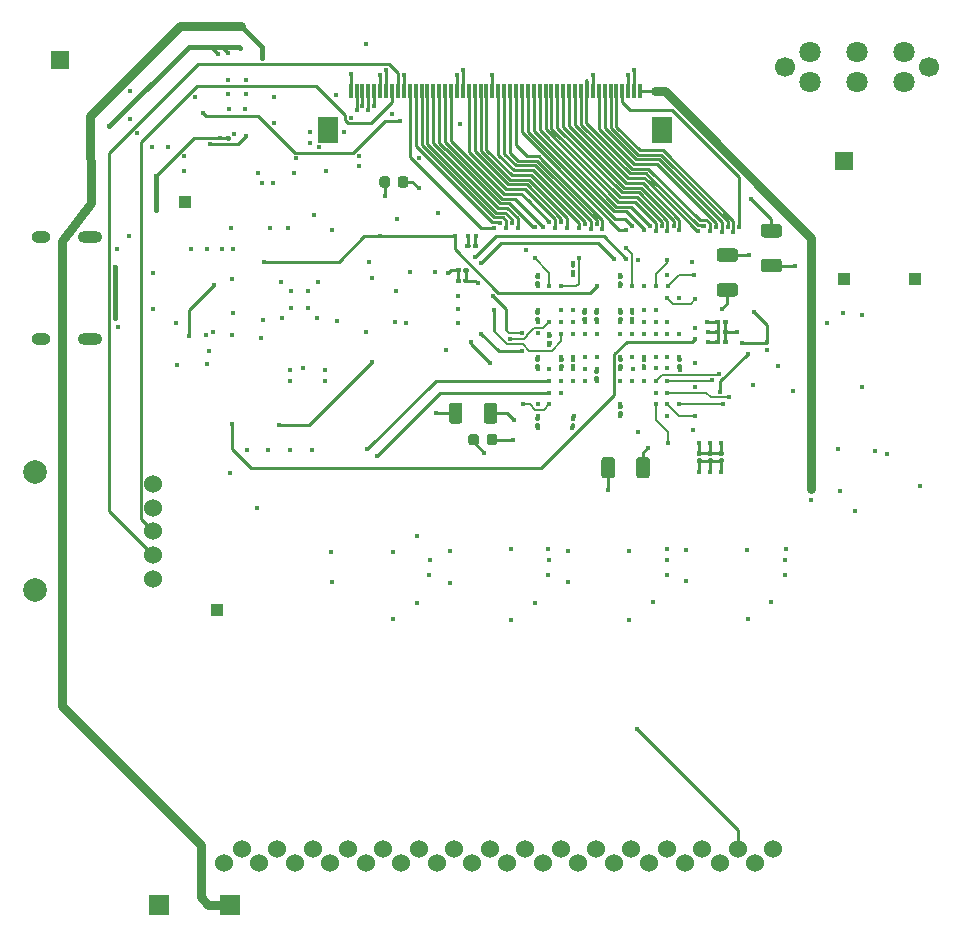
<source format=gbl>
G04 #@! TF.GenerationSoftware,KiCad,Pcbnew,(5.1.10-1-10_14)*
G04 #@! TF.CreationDate,2021-07-09T16:39:03+02:00*
G04 #@! TF.ProjectId,gb-fpga,67622d66-7067-4612-9e6b-696361645f70,rev?*
G04 #@! TF.SameCoordinates,Original*
G04 #@! TF.FileFunction,Copper,L4,Bot*
G04 #@! TF.FilePolarity,Positive*
%FSLAX46Y46*%
G04 Gerber Fmt 4.6, Leading zero omitted, Abs format (unit mm)*
G04 Created by KiCad (PCBNEW (5.1.10-1-10_14)) date 2021-07-09 16:39:03*
%MOMM*%
%LPD*%
G01*
G04 APERTURE LIST*
G04 #@! TA.AperFunction,ComponentPad*
%ADD10C,2.000000*%
G04 #@! TD*
G04 #@! TA.AperFunction,ComponentPad*
%ADD11C,1.524000*%
G04 #@! TD*
G04 #@! TA.AperFunction,ComponentPad*
%ADD12C,1.800000*%
G04 #@! TD*
G04 #@! TA.AperFunction,ComponentPad*
%ADD13C,1.700000*%
G04 #@! TD*
G04 #@! TA.AperFunction,ComponentPad*
%ADD14O,2.100000X1.000000*%
G04 #@! TD*
G04 #@! TA.AperFunction,ComponentPad*
%ADD15O,1.600000X1.000000*%
G04 #@! TD*
G04 #@! TA.AperFunction,ComponentPad*
%ADD16R,1.700000X1.700000*%
G04 #@! TD*
G04 #@! TA.AperFunction,SMDPad,CuDef*
%ADD17R,1.800000X2.200000*%
G04 #@! TD*
G04 #@! TA.AperFunction,SMDPad,CuDef*
%ADD18R,0.300000X1.300000*%
G04 #@! TD*
G04 #@! TA.AperFunction,ComponentPad*
%ADD19R,1.000000X1.000000*%
G04 #@! TD*
G04 #@! TA.AperFunction,ComponentPad*
%ADD20R,1.500000X1.500000*%
G04 #@! TD*
G04 #@! TA.AperFunction,ViaPad*
%ADD21C,0.450000*%
G04 #@! TD*
G04 #@! TA.AperFunction,Conductor*
%ADD22C,0.250000*%
G04 #@! TD*
G04 #@! TA.AperFunction,Conductor*
%ADD23C,0.150000*%
G04 #@! TD*
G04 #@! TA.AperFunction,Conductor*
%ADD24C,0.400000*%
G04 #@! TD*
G04 #@! TA.AperFunction,Conductor*
%ADD25C,0.800000*%
G04 #@! TD*
G04 APERTURE END LIST*
D10*
X1500000Y39600000D03*
X1500000Y29600000D03*
D11*
X11500000Y38600000D03*
X11500000Y36600000D03*
X11500000Y34600000D03*
X11500000Y32600000D03*
X11500000Y30600000D03*
D12*
X75100000Y72650000D03*
X75100000Y75150000D03*
X71100000Y72650000D03*
X71100000Y75150000D03*
X67100000Y72650000D03*
X67100000Y75150000D03*
D13*
X77200000Y73900000D03*
X65000000Y73900000D03*
D11*
X64025000Y7700000D03*
X61025000Y7700000D03*
X58025000Y7700000D03*
X55025000Y7700000D03*
X52025000Y7700000D03*
X49025000Y7700000D03*
X46025000Y7700000D03*
X43025000Y7700000D03*
X40025000Y7700000D03*
X37025000Y7700000D03*
X34025000Y7700000D03*
X31025000Y7700000D03*
X28025000Y7700000D03*
X25025000Y7700000D03*
X22025000Y7700000D03*
X19025000Y7700000D03*
X62525000Y6500000D03*
X59525000Y6500000D03*
X56525000Y6500000D03*
X53525000Y6500000D03*
X50525000Y6500000D03*
X47525000Y6500000D03*
X44525000Y6500000D03*
X41525000Y6500000D03*
X38525000Y6500000D03*
X35525000Y6500000D03*
X32525000Y6500000D03*
X29525000Y6500000D03*
X26525000Y6500000D03*
X23525000Y6500000D03*
X20525000Y6500000D03*
X17525000Y6500000D03*
D14*
X6205000Y59520000D03*
X6205000Y50880000D03*
D15*
X2025000Y59520000D03*
X2025000Y50880000D03*
D16*
X18000000Y3000000D03*
X12000000Y3000000D03*
D17*
X26350000Y68600000D03*
X54650000Y68600000D03*
D18*
X52750000Y71850000D03*
X52250000Y71850000D03*
X51750000Y71850000D03*
X51250000Y71850000D03*
X50750000Y71850000D03*
X50250000Y71850000D03*
X49750000Y71850000D03*
X49250000Y71850000D03*
X48750000Y71850000D03*
X48250000Y71850000D03*
X47750000Y71850000D03*
X47250000Y71850000D03*
X46750000Y71850000D03*
X46250000Y71850000D03*
X45750000Y71850000D03*
X45250000Y71850000D03*
X44750000Y71850000D03*
X44250000Y71850000D03*
X43750000Y71850000D03*
X43250000Y71850000D03*
X42750000Y71850000D03*
X42250000Y71850000D03*
X41750000Y71850000D03*
X41250000Y71850000D03*
X40750000Y71850000D03*
X40250000Y71850000D03*
X39750000Y71850000D03*
X39250000Y71850000D03*
X38750000Y71850000D03*
X38250000Y71850000D03*
X37750000Y71850000D03*
X37250000Y71850000D03*
X36750000Y71850000D03*
X36250000Y71850000D03*
X35750000Y71850000D03*
X35250000Y71850000D03*
X34750000Y71850000D03*
X34250000Y71850000D03*
X33750000Y71850000D03*
X33250000Y71850000D03*
X32750000Y71850000D03*
X32250000Y71850000D03*
X31750000Y71850000D03*
X31250000Y71850000D03*
X30750000Y71850000D03*
X30250000Y71850000D03*
X29750000Y71850000D03*
X29250000Y71850000D03*
X28750000Y71850000D03*
X28250000Y71850000D03*
G04 #@! TA.AperFunction,SMDPad,CuDef*
G36*
G01*
X46175000Y48940000D02*
X45975000Y48940000D01*
G75*
G02*
X45875000Y49040000I0J100000D01*
G01*
X45875000Y49300000D01*
G75*
G02*
X45975000Y49400000I100000J0D01*
G01*
X46175000Y49400000D01*
G75*
G02*
X46275000Y49300000I0J-100000D01*
G01*
X46275000Y49040000D01*
G75*
G02*
X46175000Y48940000I-100000J0D01*
G01*
G37*
G04 #@! TD.AperFunction*
G04 #@! TA.AperFunction,SMDPad,CuDef*
G36*
G01*
X46175000Y48300000D02*
X45975000Y48300000D01*
G75*
G02*
X45875000Y48400000I0J100000D01*
G01*
X45875000Y48660000D01*
G75*
G02*
X45975000Y48760000I100000J0D01*
G01*
X46175000Y48760000D01*
G75*
G02*
X46275000Y48660000I0J-100000D01*
G01*
X46275000Y48400000D01*
G75*
G02*
X46175000Y48300000I-100000J0D01*
G01*
G37*
G04 #@! TD.AperFunction*
G04 #@! TA.AperFunction,SMDPad,CuDef*
G36*
G01*
X49175000Y47275000D02*
X48975000Y47275000D01*
G75*
G02*
X48875000Y47375000I0J100000D01*
G01*
X48875000Y47635000D01*
G75*
G02*
X48975000Y47735000I100000J0D01*
G01*
X49175000Y47735000D01*
G75*
G02*
X49275000Y47635000I0J-100000D01*
G01*
X49275000Y47375000D01*
G75*
G02*
X49175000Y47275000I-100000J0D01*
G01*
G37*
G04 #@! TD.AperFunction*
G04 #@! TA.AperFunction,SMDPad,CuDef*
G36*
G01*
X49175000Y47915000D02*
X48975000Y47915000D01*
G75*
G02*
X48875000Y48015000I0J100000D01*
G01*
X48875000Y48275000D01*
G75*
G02*
X48975000Y48375000I100000J0D01*
G01*
X49175000Y48375000D01*
G75*
G02*
X49275000Y48275000I0J-100000D01*
G01*
X49275000Y48015000D01*
G75*
G02*
X49175000Y47915000I-100000J0D01*
G01*
G37*
G04 #@! TD.AperFunction*
G04 #@! TA.AperFunction,SMDPad,CuDef*
G36*
G01*
X55975000Y48760000D02*
X56175000Y48760000D01*
G75*
G02*
X56275000Y48660000I0J-100000D01*
G01*
X56275000Y48400000D01*
G75*
G02*
X56175000Y48300000I-100000J0D01*
G01*
X55975000Y48300000D01*
G75*
G02*
X55875000Y48400000I0J100000D01*
G01*
X55875000Y48660000D01*
G75*
G02*
X55975000Y48760000I100000J0D01*
G01*
G37*
G04 #@! TD.AperFunction*
G04 #@! TA.AperFunction,SMDPad,CuDef*
G36*
G01*
X55975000Y49400000D02*
X56175000Y49400000D01*
G75*
G02*
X56275000Y49300000I0J-100000D01*
G01*
X56275000Y49040000D01*
G75*
G02*
X56175000Y48940000I-100000J0D01*
G01*
X55975000Y48940000D01*
G75*
G02*
X55875000Y49040000I0J100000D01*
G01*
X55875000Y49300000D01*
G75*
G02*
X55975000Y49400000I100000J0D01*
G01*
G37*
G04 #@! TD.AperFunction*
G04 #@! TA.AperFunction,SMDPad,CuDef*
G36*
G01*
X49175000Y52300000D02*
X48975000Y52300000D01*
G75*
G02*
X48875000Y52400000I0J100000D01*
G01*
X48875000Y52660000D01*
G75*
G02*
X48975000Y52760000I100000J0D01*
G01*
X49175000Y52760000D01*
G75*
G02*
X49275000Y52660000I0J-100000D01*
G01*
X49275000Y52400000D01*
G75*
G02*
X49175000Y52300000I-100000J0D01*
G01*
G37*
G04 #@! TD.AperFunction*
G04 #@! TA.AperFunction,SMDPad,CuDef*
G36*
G01*
X49175000Y52940000D02*
X48975000Y52940000D01*
G75*
G02*
X48875000Y53040000I0J100000D01*
G01*
X48875000Y53300000D01*
G75*
G02*
X48975000Y53400000I100000J0D01*
G01*
X49175000Y53400000D01*
G75*
G02*
X49275000Y53300000I0J-100000D01*
G01*
X49275000Y53040000D01*
G75*
G02*
X49175000Y52940000I-100000J0D01*
G01*
G37*
G04 #@! TD.AperFunction*
G04 #@! TA.AperFunction,SMDPad,CuDef*
G36*
G01*
X50975000Y52755000D02*
X51175000Y52755000D01*
G75*
G02*
X51275000Y52655000I0J-100000D01*
G01*
X51275000Y52395000D01*
G75*
G02*
X51175000Y52295000I-100000J0D01*
G01*
X50975000Y52295000D01*
G75*
G02*
X50875000Y52395000I0J100000D01*
G01*
X50875000Y52655000D01*
G75*
G02*
X50975000Y52755000I100000J0D01*
G01*
G37*
G04 #@! TD.AperFunction*
G04 #@! TA.AperFunction,SMDPad,CuDef*
G36*
G01*
X50975000Y53395000D02*
X51175000Y53395000D01*
G75*
G02*
X51275000Y53295000I0J-100000D01*
G01*
X51275000Y53035000D01*
G75*
G02*
X51175000Y52935000I-100000J0D01*
G01*
X50975000Y52935000D01*
G75*
G02*
X50875000Y53035000I0J100000D01*
G01*
X50875000Y53295000D01*
G75*
G02*
X50975000Y53395000I100000J0D01*
G01*
G37*
G04 #@! TD.AperFunction*
G04 #@! TA.AperFunction,SMDPad,CuDef*
G36*
G01*
X47975000Y52760000D02*
X48175000Y52760000D01*
G75*
G02*
X48275000Y52660000I0J-100000D01*
G01*
X48275000Y52400000D01*
G75*
G02*
X48175000Y52300000I-100000J0D01*
G01*
X47975000Y52300000D01*
G75*
G02*
X47875000Y52400000I0J100000D01*
G01*
X47875000Y52660000D01*
G75*
G02*
X47975000Y52760000I100000J0D01*
G01*
G37*
G04 #@! TD.AperFunction*
G04 #@! TA.AperFunction,SMDPad,CuDef*
G36*
G01*
X47975000Y53400000D02*
X48175000Y53400000D01*
G75*
G02*
X48275000Y53300000I0J-100000D01*
G01*
X48275000Y53040000D01*
G75*
G02*
X48175000Y52940000I-100000J0D01*
G01*
X47975000Y52940000D01*
G75*
G02*
X47875000Y53040000I0J100000D01*
G01*
X47875000Y53300000D01*
G75*
G02*
X47975000Y53400000I100000J0D01*
G01*
G37*
G04 #@! TD.AperFunction*
G04 #@! TA.AperFunction,SMDPad,CuDef*
G36*
G01*
X51175000Y48300000D02*
X50975000Y48300000D01*
G75*
G02*
X50875000Y48400000I0J100000D01*
G01*
X50875000Y48660000D01*
G75*
G02*
X50975000Y48760000I100000J0D01*
G01*
X51175000Y48760000D01*
G75*
G02*
X51275000Y48660000I0J-100000D01*
G01*
X51275000Y48400000D01*
G75*
G02*
X51175000Y48300000I-100000J0D01*
G01*
G37*
G04 #@! TD.AperFunction*
G04 #@! TA.AperFunction,SMDPad,CuDef*
G36*
G01*
X51175000Y48940000D02*
X50975000Y48940000D01*
G75*
G02*
X50875000Y49040000I0J100000D01*
G01*
X50875000Y49300000D01*
G75*
G02*
X50975000Y49400000I100000J0D01*
G01*
X51175000Y49400000D01*
G75*
G02*
X51275000Y49300000I0J-100000D01*
G01*
X51275000Y49040000D01*
G75*
G02*
X51175000Y48940000I-100000J0D01*
G01*
G37*
G04 #@! TD.AperFunction*
G04 #@! TA.AperFunction,SMDPad,CuDef*
G36*
G01*
X52175000Y52940000D02*
X51975000Y52940000D01*
G75*
G02*
X51875000Y53040000I0J100000D01*
G01*
X51875000Y53300000D01*
G75*
G02*
X51975000Y53400000I100000J0D01*
G01*
X52175000Y53400000D01*
G75*
G02*
X52275000Y53300000I0J-100000D01*
G01*
X52275000Y53040000D01*
G75*
G02*
X52175000Y52940000I-100000J0D01*
G01*
G37*
G04 #@! TD.AperFunction*
G04 #@! TA.AperFunction,SMDPad,CuDef*
G36*
G01*
X52175000Y52300000D02*
X51975000Y52300000D01*
G75*
G02*
X51875000Y52400000I0J100000D01*
G01*
X51875000Y52660000D01*
G75*
G02*
X51975000Y52760000I100000J0D01*
G01*
X52175000Y52760000D01*
G75*
G02*
X52275000Y52660000I0J-100000D01*
G01*
X52275000Y52400000D01*
G75*
G02*
X52175000Y52300000I-100000J0D01*
G01*
G37*
G04 #@! TD.AperFunction*
G04 #@! TA.AperFunction,SMDPad,CuDef*
G36*
G01*
X46975000Y48760000D02*
X47175000Y48760000D01*
G75*
G02*
X47275000Y48660000I0J-100000D01*
G01*
X47275000Y48400000D01*
G75*
G02*
X47175000Y48300000I-100000J0D01*
G01*
X46975000Y48300000D01*
G75*
G02*
X46875000Y48400000I0J100000D01*
G01*
X46875000Y48660000D01*
G75*
G02*
X46975000Y48760000I100000J0D01*
G01*
G37*
G04 #@! TD.AperFunction*
G04 #@! TA.AperFunction,SMDPad,CuDef*
G36*
G01*
X46975000Y49400000D02*
X47175000Y49400000D01*
G75*
G02*
X47275000Y49300000I0J-100000D01*
G01*
X47275000Y49040000D01*
G75*
G02*
X47175000Y48940000I-100000J0D01*
G01*
X46975000Y48940000D01*
G75*
G02*
X46875000Y49040000I0J100000D01*
G01*
X46875000Y49300000D01*
G75*
G02*
X46975000Y49400000I100000J0D01*
G01*
G37*
G04 #@! TD.AperFunction*
G04 #@! TA.AperFunction,SMDPad,CuDef*
G36*
G01*
X53175000Y48305000D02*
X52975000Y48305000D01*
G75*
G02*
X52875000Y48405000I0J100000D01*
G01*
X52875000Y48665000D01*
G75*
G02*
X52975000Y48765000I100000J0D01*
G01*
X53175000Y48765000D01*
G75*
G02*
X53275000Y48665000I0J-100000D01*
G01*
X53275000Y48405000D01*
G75*
G02*
X53175000Y48305000I-100000J0D01*
G01*
G37*
G04 #@! TD.AperFunction*
G04 #@! TA.AperFunction,SMDPad,CuDef*
G36*
G01*
X53175000Y48945000D02*
X52975000Y48945000D01*
G75*
G02*
X52875000Y49045000I0J100000D01*
G01*
X52875000Y49305000D01*
G75*
G02*
X52975000Y49405000I100000J0D01*
G01*
X53175000Y49405000D01*
G75*
G02*
X53275000Y49305000I0J-100000D01*
G01*
X53275000Y49045000D01*
G75*
G02*
X53175000Y48945000I-100000J0D01*
G01*
G37*
G04 #@! TD.AperFunction*
G04 #@! TA.AperFunction,SMDPad,CuDef*
G36*
G01*
X59740000Y52220000D02*
X59740000Y52420000D01*
G75*
G02*
X59840000Y52520000I100000J0D01*
G01*
X60100000Y52520000D01*
G75*
G02*
X60200000Y52420000I0J-100000D01*
G01*
X60200000Y52220000D01*
G75*
G02*
X60100000Y52120000I-100000J0D01*
G01*
X59840000Y52120000D01*
G75*
G02*
X59740000Y52220000I0J100000D01*
G01*
G37*
G04 #@! TD.AperFunction*
G04 #@! TA.AperFunction,SMDPad,CuDef*
G36*
G01*
X59100000Y52220000D02*
X59100000Y52420000D01*
G75*
G02*
X59200000Y52520000I100000J0D01*
G01*
X59460000Y52520000D01*
G75*
G02*
X59560000Y52420000I0J-100000D01*
G01*
X59560000Y52220000D01*
G75*
G02*
X59460000Y52120000I-100000J0D01*
G01*
X59200000Y52120000D01*
G75*
G02*
X59100000Y52220000I0J100000D01*
G01*
G37*
G04 #@! TD.AperFunction*
G04 #@! TA.AperFunction,SMDPad,CuDef*
G36*
G01*
X57660000Y40800000D02*
X57860000Y40800000D01*
G75*
G02*
X57960000Y40700000I0J-100000D01*
G01*
X57960000Y40440000D01*
G75*
G02*
X57860000Y40340000I-100000J0D01*
G01*
X57660000Y40340000D01*
G75*
G02*
X57560000Y40440000I0J100000D01*
G01*
X57560000Y40700000D01*
G75*
G02*
X57660000Y40800000I100000J0D01*
G01*
G37*
G04 #@! TD.AperFunction*
G04 #@! TA.AperFunction,SMDPad,CuDef*
G36*
G01*
X57660000Y41440000D02*
X57860000Y41440000D01*
G75*
G02*
X57960000Y41340000I0J-100000D01*
G01*
X57960000Y41080000D01*
G75*
G02*
X57860000Y40980000I-100000J0D01*
G01*
X57660000Y40980000D01*
G75*
G02*
X57560000Y41080000I0J100000D01*
G01*
X57560000Y41340000D01*
G75*
G02*
X57660000Y41440000I100000J0D01*
G01*
G37*
G04 #@! TD.AperFunction*
G04 #@! TA.AperFunction,SMDPad,CuDef*
G36*
G01*
X43975000Y44400000D02*
X44175000Y44400000D01*
G75*
G02*
X44275000Y44300000I0J-100000D01*
G01*
X44275000Y44040000D01*
G75*
G02*
X44175000Y43940000I-100000J0D01*
G01*
X43975000Y43940000D01*
G75*
G02*
X43875000Y44040000I0J100000D01*
G01*
X43875000Y44300000D01*
G75*
G02*
X43975000Y44400000I100000J0D01*
G01*
G37*
G04 #@! TD.AperFunction*
G04 #@! TA.AperFunction,SMDPad,CuDef*
G36*
G01*
X43975000Y43760000D02*
X44175000Y43760000D01*
G75*
G02*
X44275000Y43660000I0J-100000D01*
G01*
X44275000Y43400000D01*
G75*
G02*
X44175000Y43300000I-100000J0D01*
G01*
X43975000Y43300000D01*
G75*
G02*
X43875000Y43400000I0J100000D01*
G01*
X43875000Y43660000D01*
G75*
G02*
X43975000Y43760000I100000J0D01*
G01*
G37*
G04 #@! TD.AperFunction*
G04 #@! TA.AperFunction,SMDPad,CuDef*
G36*
G01*
X44975000Y51400000D02*
X45175000Y51400000D01*
G75*
G02*
X45275000Y51300000I0J-100000D01*
G01*
X45275000Y51040000D01*
G75*
G02*
X45175000Y50940000I-100000J0D01*
G01*
X44975000Y50940000D01*
G75*
G02*
X44875000Y51040000I0J100000D01*
G01*
X44875000Y51300000D01*
G75*
G02*
X44975000Y51400000I100000J0D01*
G01*
G37*
G04 #@! TD.AperFunction*
G04 #@! TA.AperFunction,SMDPad,CuDef*
G36*
G01*
X44975000Y50760000D02*
X45175000Y50760000D01*
G75*
G02*
X45275000Y50660000I0J-100000D01*
G01*
X45275000Y50400000D01*
G75*
G02*
X45175000Y50300000I-100000J0D01*
G01*
X44975000Y50300000D01*
G75*
G02*
X44875000Y50400000I0J100000D01*
G01*
X44875000Y50660000D01*
G75*
G02*
X44975000Y50760000I100000J0D01*
G01*
G37*
G04 #@! TD.AperFunction*
G04 #@! TA.AperFunction,SMDPad,CuDef*
G36*
G01*
X43975000Y48760000D02*
X44175000Y48760000D01*
G75*
G02*
X44275000Y48660000I0J-100000D01*
G01*
X44275000Y48400000D01*
G75*
G02*
X44175000Y48300000I-100000J0D01*
G01*
X43975000Y48300000D01*
G75*
G02*
X43875000Y48400000I0J100000D01*
G01*
X43875000Y48660000D01*
G75*
G02*
X43975000Y48760000I100000J0D01*
G01*
G37*
G04 #@! TD.AperFunction*
G04 #@! TA.AperFunction,SMDPad,CuDef*
G36*
G01*
X43975000Y49400000D02*
X44175000Y49400000D01*
G75*
G02*
X44275000Y49300000I0J-100000D01*
G01*
X44275000Y49040000D01*
G75*
G02*
X44175000Y48940000I-100000J0D01*
G01*
X43975000Y48940000D01*
G75*
G02*
X43875000Y49040000I0J100000D01*
G01*
X43875000Y49300000D01*
G75*
G02*
X43975000Y49400000I100000J0D01*
G01*
G37*
G04 #@! TD.AperFunction*
G04 #@! TA.AperFunction,SMDPad,CuDef*
G36*
G01*
X51175000Y44300000D02*
X50975000Y44300000D01*
G75*
G02*
X50875000Y44400000I0J100000D01*
G01*
X50875000Y44660000D01*
G75*
G02*
X50975000Y44760000I100000J0D01*
G01*
X51175000Y44760000D01*
G75*
G02*
X51275000Y44660000I0J-100000D01*
G01*
X51275000Y44400000D01*
G75*
G02*
X51175000Y44300000I-100000J0D01*
G01*
G37*
G04 #@! TD.AperFunction*
G04 #@! TA.AperFunction,SMDPad,CuDef*
G36*
G01*
X51175000Y44940000D02*
X50975000Y44940000D01*
G75*
G02*
X50875000Y45040000I0J100000D01*
G01*
X50875000Y45300000D01*
G75*
G02*
X50975000Y45400000I100000J0D01*
G01*
X51175000Y45400000D01*
G75*
G02*
X51275000Y45300000I0J-100000D01*
G01*
X51275000Y45040000D01*
G75*
G02*
X51175000Y44940000I-100000J0D01*
G01*
G37*
G04 #@! TD.AperFunction*
G04 #@! TA.AperFunction,SMDPad,CuDef*
G36*
G01*
X58590000Y41440000D02*
X58790000Y41440000D01*
G75*
G02*
X58890000Y41340000I0J-100000D01*
G01*
X58890000Y41080000D01*
G75*
G02*
X58790000Y40980000I-100000J0D01*
G01*
X58590000Y40980000D01*
G75*
G02*
X58490000Y41080000I0J100000D01*
G01*
X58490000Y41340000D01*
G75*
G02*
X58590000Y41440000I100000J0D01*
G01*
G37*
G04 #@! TD.AperFunction*
G04 #@! TA.AperFunction,SMDPad,CuDef*
G36*
G01*
X58590000Y40800000D02*
X58790000Y40800000D01*
G75*
G02*
X58890000Y40700000I0J-100000D01*
G01*
X58890000Y40440000D01*
G75*
G02*
X58790000Y40340000I-100000J0D01*
G01*
X58590000Y40340000D01*
G75*
G02*
X58490000Y40440000I0J100000D01*
G01*
X58490000Y40700000D01*
G75*
G02*
X58590000Y40800000I100000J0D01*
G01*
G37*
G04 #@! TD.AperFunction*
G04 #@! TA.AperFunction,SMDPad,CuDef*
G36*
G01*
X59100000Y51380000D02*
X59100000Y51580000D01*
G75*
G02*
X59200000Y51680000I100000J0D01*
G01*
X59460000Y51680000D01*
G75*
G02*
X59560000Y51580000I0J-100000D01*
G01*
X59560000Y51380000D01*
G75*
G02*
X59460000Y51280000I-100000J0D01*
G01*
X59200000Y51280000D01*
G75*
G02*
X59100000Y51380000I0J100000D01*
G01*
G37*
G04 #@! TD.AperFunction*
G04 #@! TA.AperFunction,SMDPad,CuDef*
G36*
G01*
X59740000Y51380000D02*
X59740000Y51580000D01*
G75*
G02*
X59840000Y51680000I100000J0D01*
G01*
X60100000Y51680000D01*
G75*
G02*
X60200000Y51580000I0J-100000D01*
G01*
X60200000Y51380000D01*
G75*
G02*
X60100000Y51280000I-100000J0D01*
G01*
X59840000Y51280000D01*
G75*
G02*
X59740000Y51380000I0J100000D01*
G01*
G37*
G04 #@! TD.AperFunction*
G04 #@! TA.AperFunction,SMDPad,CuDef*
G36*
G01*
X44175000Y52940000D02*
X43975000Y52940000D01*
G75*
G02*
X43875000Y53040000I0J100000D01*
G01*
X43875000Y53300000D01*
G75*
G02*
X43975000Y53400000I100000J0D01*
G01*
X44175000Y53400000D01*
G75*
G02*
X44275000Y53300000I0J-100000D01*
G01*
X44275000Y53040000D01*
G75*
G02*
X44175000Y52940000I-100000J0D01*
G01*
G37*
G04 #@! TD.AperFunction*
G04 #@! TA.AperFunction,SMDPad,CuDef*
G36*
G01*
X44175000Y52300000D02*
X43975000Y52300000D01*
G75*
G02*
X43875000Y52400000I0J100000D01*
G01*
X43875000Y52660000D01*
G75*
G02*
X43975000Y52760000I100000J0D01*
G01*
X44175000Y52760000D01*
G75*
G02*
X44275000Y52660000I0J-100000D01*
G01*
X44275000Y52400000D01*
G75*
G02*
X44175000Y52300000I-100000J0D01*
G01*
G37*
G04 #@! TD.AperFunction*
G04 #@! TA.AperFunction,SMDPad,CuDef*
G36*
G01*
X43975000Y55760000D02*
X44175000Y55760000D01*
G75*
G02*
X44275000Y55660000I0J-100000D01*
G01*
X44275000Y55400000D01*
G75*
G02*
X44175000Y55300000I-100000J0D01*
G01*
X43975000Y55300000D01*
G75*
G02*
X43875000Y55400000I0J100000D01*
G01*
X43875000Y55660000D01*
G75*
G02*
X43975000Y55760000I100000J0D01*
G01*
G37*
G04 #@! TD.AperFunction*
G04 #@! TA.AperFunction,SMDPad,CuDef*
G36*
G01*
X43975000Y56400000D02*
X44175000Y56400000D01*
G75*
G02*
X44275000Y56300000I0J-100000D01*
G01*
X44275000Y56040000D01*
G75*
G02*
X44175000Y55940000I-100000J0D01*
G01*
X43975000Y55940000D01*
G75*
G02*
X43875000Y56040000I0J100000D01*
G01*
X43875000Y56300000D01*
G75*
G02*
X43975000Y56400000I100000J0D01*
G01*
G37*
G04 #@! TD.AperFunction*
G04 #@! TA.AperFunction,SMDPad,CuDef*
G36*
G01*
X47175000Y56300000D02*
X46975000Y56300000D01*
G75*
G02*
X46875000Y56400000I0J100000D01*
G01*
X46875000Y56660000D01*
G75*
G02*
X46975000Y56760000I100000J0D01*
G01*
X47175000Y56760000D01*
G75*
G02*
X47275000Y56660000I0J-100000D01*
G01*
X47275000Y56400000D01*
G75*
G02*
X47175000Y56300000I-100000J0D01*
G01*
G37*
G04 #@! TD.AperFunction*
G04 #@! TA.AperFunction,SMDPad,CuDef*
G36*
G01*
X47175000Y56940000D02*
X46975000Y56940000D01*
G75*
G02*
X46875000Y57040000I0J100000D01*
G01*
X46875000Y57300000D01*
G75*
G02*
X46975000Y57400000I100000J0D01*
G01*
X47175000Y57400000D01*
G75*
G02*
X47275000Y57300000I0J-100000D01*
G01*
X47275000Y57040000D01*
G75*
G02*
X47175000Y56940000I-100000J0D01*
G01*
G37*
G04 #@! TD.AperFunction*
G04 #@! TA.AperFunction,SMDPad,CuDef*
G36*
G01*
X59520000Y40800000D02*
X59720000Y40800000D01*
G75*
G02*
X59820000Y40700000I0J-100000D01*
G01*
X59820000Y40440000D01*
G75*
G02*
X59720000Y40340000I-100000J0D01*
G01*
X59520000Y40340000D01*
G75*
G02*
X59420000Y40440000I0J100000D01*
G01*
X59420000Y40700000D01*
G75*
G02*
X59520000Y40800000I100000J0D01*
G01*
G37*
G04 #@! TD.AperFunction*
G04 #@! TA.AperFunction,SMDPad,CuDef*
G36*
G01*
X59520000Y41440000D02*
X59720000Y41440000D01*
G75*
G02*
X59820000Y41340000I0J-100000D01*
G01*
X59820000Y41080000D01*
G75*
G02*
X59720000Y40980000I-100000J0D01*
G01*
X59520000Y40980000D01*
G75*
G02*
X59420000Y41080000I0J100000D01*
G01*
X59420000Y41340000D01*
G75*
G02*
X59520000Y41440000I100000J0D01*
G01*
G37*
G04 #@! TD.AperFunction*
G04 #@! TA.AperFunction,SMDPad,CuDef*
G36*
G01*
X38250000Y56810000D02*
X38250000Y56610000D01*
G75*
G02*
X38150000Y56510000I-100000J0D01*
G01*
X37890000Y56510000D01*
G75*
G02*
X37790000Y56610000I0J100000D01*
G01*
X37790000Y56810000D01*
G75*
G02*
X37890000Y56910000I100000J0D01*
G01*
X38150000Y56910000D01*
G75*
G02*
X38250000Y56810000I0J-100000D01*
G01*
G37*
G04 #@! TD.AperFunction*
G04 #@! TA.AperFunction,SMDPad,CuDef*
G36*
G01*
X37610000Y56810000D02*
X37610000Y56610000D01*
G75*
G02*
X37510000Y56510000I-100000J0D01*
G01*
X37250000Y56510000D01*
G75*
G02*
X37150000Y56610000I0J100000D01*
G01*
X37150000Y56810000D01*
G75*
G02*
X37250000Y56910000I100000J0D01*
G01*
X37510000Y56910000D01*
G75*
G02*
X37610000Y56810000I0J-100000D01*
G01*
G37*
G04 #@! TD.AperFunction*
G04 #@! TA.AperFunction,SMDPad,CuDef*
G36*
G01*
X38400000Y58870000D02*
X38400000Y58670000D01*
G75*
G02*
X38300000Y58570000I-100000J0D01*
G01*
X38040000Y58570000D01*
G75*
G02*
X37940000Y58670000I0J100000D01*
G01*
X37940000Y58870000D01*
G75*
G02*
X38040000Y58970000I100000J0D01*
G01*
X38300000Y58970000D01*
G75*
G02*
X38400000Y58870000I0J-100000D01*
G01*
G37*
G04 #@! TD.AperFunction*
G04 #@! TA.AperFunction,SMDPad,CuDef*
G36*
G01*
X39040000Y58870000D02*
X39040000Y58670000D01*
G75*
G02*
X38940000Y58570000I-100000J0D01*
G01*
X38680000Y58570000D01*
G75*
G02*
X38580000Y58670000I0J100000D01*
G01*
X38580000Y58870000D01*
G75*
G02*
X38680000Y58970000I100000J0D01*
G01*
X38940000Y58970000D01*
G75*
G02*
X39040000Y58870000I0J-100000D01*
G01*
G37*
G04 #@! TD.AperFunction*
G04 #@! TA.AperFunction,SMDPad,CuDef*
G36*
G01*
X59740000Y50540000D02*
X59740000Y50740000D01*
G75*
G02*
X59840000Y50840000I100000J0D01*
G01*
X60100000Y50840000D01*
G75*
G02*
X60200000Y50740000I0J-100000D01*
G01*
X60200000Y50540000D01*
G75*
G02*
X60100000Y50440000I-100000J0D01*
G01*
X59840000Y50440000D01*
G75*
G02*
X59740000Y50540000I0J100000D01*
G01*
G37*
G04 #@! TD.AperFunction*
G04 #@! TA.AperFunction,SMDPad,CuDef*
G36*
G01*
X59100000Y50540000D02*
X59100000Y50740000D01*
G75*
G02*
X59200000Y50840000I100000J0D01*
G01*
X59460000Y50840000D01*
G75*
G02*
X59560000Y50740000I0J-100000D01*
G01*
X59560000Y50540000D01*
G75*
G02*
X59460000Y50440000I-100000J0D01*
G01*
X59200000Y50440000D01*
G75*
G02*
X59100000Y50540000I0J100000D01*
G01*
G37*
G04 #@! TD.AperFunction*
G04 #@! TA.AperFunction,SMDPad,CuDef*
G36*
G01*
X50975000Y55760000D02*
X51175000Y55760000D01*
G75*
G02*
X51275000Y55660000I0J-100000D01*
G01*
X51275000Y55400000D01*
G75*
G02*
X51175000Y55300000I-100000J0D01*
G01*
X50975000Y55300000D01*
G75*
G02*
X50875000Y55400000I0J100000D01*
G01*
X50875000Y55660000D01*
G75*
G02*
X50975000Y55760000I100000J0D01*
G01*
G37*
G04 #@! TD.AperFunction*
G04 #@! TA.AperFunction,SMDPad,CuDef*
G36*
G01*
X50975000Y56400000D02*
X51175000Y56400000D01*
G75*
G02*
X51275000Y56300000I0J-100000D01*
G01*
X51275000Y56040000D01*
G75*
G02*
X51175000Y55940000I-100000J0D01*
G01*
X50975000Y55940000D01*
G75*
G02*
X50875000Y56040000I0J100000D01*
G01*
X50875000Y56300000D01*
G75*
G02*
X50975000Y56400000I100000J0D01*
G01*
G37*
G04 #@! TD.AperFunction*
G04 #@! TA.AperFunction,SMDPad,CuDef*
G36*
G01*
X38230000Y55910000D02*
X38230000Y55710000D01*
G75*
G02*
X38130000Y55610000I-100000J0D01*
G01*
X37870000Y55610000D01*
G75*
G02*
X37770000Y55710000I0J100000D01*
G01*
X37770000Y55910000D01*
G75*
G02*
X37870000Y56010000I100000J0D01*
G01*
X38130000Y56010000D01*
G75*
G02*
X38230000Y55910000I0J-100000D01*
G01*
G37*
G04 #@! TD.AperFunction*
G04 #@! TA.AperFunction,SMDPad,CuDef*
G36*
G01*
X37590000Y55910000D02*
X37590000Y55710000D01*
G75*
G02*
X37490000Y55610000I-100000J0D01*
G01*
X37230000Y55610000D01*
G75*
G02*
X37130000Y55710000I0J100000D01*
G01*
X37130000Y55910000D01*
G75*
G02*
X37230000Y56010000I100000J0D01*
G01*
X37490000Y56010000D01*
G75*
G02*
X37590000Y55910000I0J-100000D01*
G01*
G37*
G04 #@! TD.AperFunction*
G04 #@! TA.AperFunction,SMDPad,CuDef*
G36*
G01*
X46975000Y44400000D02*
X47175000Y44400000D01*
G75*
G02*
X47275000Y44300000I0J-100000D01*
G01*
X47275000Y44040000D01*
G75*
G02*
X47175000Y43940000I-100000J0D01*
G01*
X46975000Y43940000D01*
G75*
G02*
X46875000Y44040000I0J100000D01*
G01*
X46875000Y44300000D01*
G75*
G02*
X46975000Y44400000I100000J0D01*
G01*
G37*
G04 #@! TD.AperFunction*
G04 #@! TA.AperFunction,SMDPad,CuDef*
G36*
G01*
X46975000Y43760000D02*
X47175000Y43760000D01*
G75*
G02*
X47275000Y43660000I0J-100000D01*
G01*
X47275000Y43400000D01*
G75*
G02*
X47175000Y43300000I-100000J0D01*
G01*
X46975000Y43300000D01*
G75*
G02*
X46875000Y43400000I0J100000D01*
G01*
X46875000Y43660000D01*
G75*
G02*
X46975000Y43760000I100000J0D01*
G01*
G37*
G04 #@! TD.AperFunction*
D19*
X14230000Y62490000D03*
X70000000Y56000000D03*
X16950000Y27930000D03*
X76000000Y56000000D03*
D20*
X70000000Y66000000D03*
X3610000Y74490000D03*
G04 #@! TA.AperFunction,SMDPad,CuDef*
G36*
G01*
X40665000Y42620000D02*
X40665000Y42120000D01*
G75*
G02*
X40440000Y41895000I-225000J0D01*
G01*
X39990000Y41895000D01*
G75*
G02*
X39765000Y42120000I0J225000D01*
G01*
X39765000Y42620000D01*
G75*
G02*
X39990000Y42845000I225000J0D01*
G01*
X40440000Y42845000D01*
G75*
G02*
X40665000Y42620000I0J-225000D01*
G01*
G37*
G04 #@! TD.AperFunction*
G04 #@! TA.AperFunction,SMDPad,CuDef*
G36*
G01*
X39115000Y42620000D02*
X39115000Y42120000D01*
G75*
G02*
X38890000Y41895000I-225000J0D01*
G01*
X38440000Y41895000D01*
G75*
G02*
X38215000Y42120000I0J225000D01*
G01*
X38215000Y42620000D01*
G75*
G02*
X38440000Y42845000I225000J0D01*
G01*
X38890000Y42845000D01*
G75*
G02*
X39115000Y42620000I0J-225000D01*
G01*
G37*
G04 #@! TD.AperFunction*
G04 #@! TA.AperFunction,SMDPad,CuDef*
G36*
G01*
X31585000Y64430000D02*
X31585000Y63930000D01*
G75*
G02*
X31360000Y63705000I-225000J0D01*
G01*
X30910000Y63705000D01*
G75*
G02*
X30685000Y63930000I0J225000D01*
G01*
X30685000Y64430000D01*
G75*
G02*
X30910000Y64655000I225000J0D01*
G01*
X31360000Y64655000D01*
G75*
G02*
X31585000Y64430000I0J-225000D01*
G01*
G37*
G04 #@! TD.AperFunction*
G04 #@! TA.AperFunction,SMDPad,CuDef*
G36*
G01*
X33135000Y64430000D02*
X33135000Y63930000D01*
G75*
G02*
X32910000Y63705000I-225000J0D01*
G01*
X32460000Y63705000D01*
G75*
G02*
X32235000Y63930000I0J225000D01*
G01*
X32235000Y64430000D01*
G75*
G02*
X32460000Y64655000I225000J0D01*
G01*
X32910000Y64655000D01*
G75*
G02*
X33135000Y64430000I0J-225000D01*
G01*
G37*
G04 #@! TD.AperFunction*
G04 #@! TA.AperFunction,SMDPad,CuDef*
G36*
G01*
X63219999Y57680000D02*
X64520001Y57680000D01*
G75*
G02*
X64770000Y57430001I0J-249999D01*
G01*
X64770000Y56779999D01*
G75*
G02*
X64520001Y56530000I-249999J0D01*
G01*
X63219999Y56530000D01*
G75*
G02*
X62970000Y56779999I0J249999D01*
G01*
X62970000Y57430001D01*
G75*
G02*
X63219999Y57680000I249999J0D01*
G01*
G37*
G04 #@! TD.AperFunction*
G04 #@! TA.AperFunction,SMDPad,CuDef*
G36*
G01*
X63219999Y60630000D02*
X64520001Y60630000D01*
G75*
G02*
X64770000Y60380001I0J-249999D01*
G01*
X64770000Y59729999D01*
G75*
G02*
X64520001Y59480000I-249999J0D01*
G01*
X63219999Y59480000D01*
G75*
G02*
X62970000Y59729999I0J249999D01*
G01*
X62970000Y60380001D01*
G75*
G02*
X63219999Y60630000I249999J0D01*
G01*
G37*
G04 #@! TD.AperFunction*
G04 #@! TA.AperFunction,SMDPad,CuDef*
G36*
G01*
X40665000Y45260001D02*
X40665000Y43959999D01*
G75*
G02*
X40415001Y43710000I-249999J0D01*
G01*
X39764999Y43710000D01*
G75*
G02*
X39515000Y43959999I0J249999D01*
G01*
X39515000Y45260001D01*
G75*
G02*
X39764999Y45510000I249999J0D01*
G01*
X40415001Y45510000D01*
G75*
G02*
X40665000Y45260001I0J-249999D01*
G01*
G37*
G04 #@! TD.AperFunction*
G04 #@! TA.AperFunction,SMDPad,CuDef*
G36*
G01*
X37715000Y45260001D02*
X37715000Y43959999D01*
G75*
G02*
X37465001Y43710000I-249999J0D01*
G01*
X36814999Y43710000D01*
G75*
G02*
X36565000Y43959999I0J249999D01*
G01*
X36565000Y45260001D01*
G75*
G02*
X36814999Y45510000I249999J0D01*
G01*
X37465001Y45510000D01*
G75*
G02*
X37715000Y45260001I0J-249999D01*
G01*
G37*
G04 #@! TD.AperFunction*
G04 #@! TA.AperFunction,SMDPad,CuDef*
G36*
G01*
X50630000Y40640001D02*
X50630000Y39339999D01*
G75*
G02*
X50380001Y39090000I-249999J0D01*
G01*
X49729999Y39090000D01*
G75*
G02*
X49480000Y39339999I0J249999D01*
G01*
X49480000Y40640001D01*
G75*
G02*
X49729999Y40890000I249999J0D01*
G01*
X50380001Y40890000D01*
G75*
G02*
X50630000Y40640001I0J-249999D01*
G01*
G37*
G04 #@! TD.AperFunction*
G04 #@! TA.AperFunction,SMDPad,CuDef*
G36*
G01*
X53580000Y40640001D02*
X53580000Y39339999D01*
G75*
G02*
X53330001Y39090000I-249999J0D01*
G01*
X52679999Y39090000D01*
G75*
G02*
X52430000Y39339999I0J249999D01*
G01*
X52430000Y40640001D01*
G75*
G02*
X52679999Y40890000I249999J0D01*
G01*
X53330001Y40890000D01*
G75*
G02*
X53580000Y40640001I0J-249999D01*
G01*
G37*
G04 #@! TD.AperFunction*
G04 #@! TA.AperFunction,SMDPad,CuDef*
G36*
G01*
X60780001Y54470000D02*
X59479999Y54470000D01*
G75*
G02*
X59230000Y54719999I0J249999D01*
G01*
X59230000Y55370001D01*
G75*
G02*
X59479999Y55620000I249999J0D01*
G01*
X60780001Y55620000D01*
G75*
G02*
X61030000Y55370001I0J-249999D01*
G01*
X61030000Y54719999D01*
G75*
G02*
X60780001Y54470000I-249999J0D01*
G01*
G37*
G04 #@! TD.AperFunction*
G04 #@! TA.AperFunction,SMDPad,CuDef*
G36*
G01*
X60780001Y57420000D02*
X59479999Y57420000D01*
G75*
G02*
X59230000Y57669999I0J249999D01*
G01*
X59230000Y58320001D01*
G75*
G02*
X59479999Y58570000I249999J0D01*
G01*
X60780001Y58570000D01*
G75*
G02*
X61030000Y58320001I0J-249999D01*
G01*
X61030000Y57669999D01*
G75*
G02*
X60780001Y57420000I-249999J0D01*
G01*
G37*
G04 #@! TD.AperFunction*
D21*
X59540000Y46399999D03*
X61870000Y49660000D03*
X56075000Y45350000D03*
X59800000Y45350000D03*
X49075000Y49350000D03*
X49075000Y48325000D03*
X48075000Y49350000D03*
X47075000Y48350000D03*
X48075000Y47350000D03*
X46075000Y49350000D03*
X47075000Y51350000D03*
X48075000Y51350000D03*
X49075000Y51350000D03*
X51075000Y51350000D03*
X51075000Y49350000D03*
X51075000Y47350000D03*
X51075000Y45350000D03*
X49075000Y53350000D03*
X51075000Y52350000D03*
X51075000Y55350000D03*
X52075000Y51350000D03*
X52075000Y53350000D03*
X53075000Y55350000D03*
X53075000Y52350000D03*
X53075000Y49350000D03*
X53075000Y47350000D03*
X54075000Y46350000D03*
X54075000Y51350000D03*
X54075000Y53350000D03*
X55075000Y56350000D03*
X55075000Y52350000D03*
X55075000Y51350000D03*
X55075000Y49350000D03*
X55075000Y44350000D03*
X56075000Y51350000D03*
X56075000Y54350000D03*
X48075000Y52350000D03*
X47075000Y53350000D03*
X46075000Y52350000D03*
X46075000Y47350000D03*
X45075000Y48350000D03*
X44075000Y55350000D03*
X44075000Y53350000D03*
X44075000Y48350000D03*
X44075000Y45350000D03*
X52575000Y43000000D03*
X57250000Y43175000D03*
X44075000Y43350000D03*
X45075000Y50350000D03*
X47075000Y57350000D03*
X52575000Y57575000D03*
X57400000Y51850000D03*
X57400000Y48850000D03*
X65735000Y46500000D03*
X69910000Y53050000D03*
X68610000Y52225000D03*
X70940000Y36310000D03*
X69470000Y41600000D03*
X76480000Y38430000D03*
X73680000Y41150000D03*
X11540000Y56460000D03*
X11550000Y53460000D03*
X9500000Y59630000D03*
X8430000Y58540000D03*
X8580000Y51880000D03*
X17350000Y58520000D03*
X16110000Y58520000D03*
X18280000Y58510000D03*
X18120000Y60290000D03*
X25120000Y61380000D03*
X26690000Y60080000D03*
X29800000Y57450000D03*
X32070000Y54950000D03*
X26050000Y47330000D03*
X24180000Y48400000D03*
X15980000Y51220000D03*
X16580000Y51480000D03*
X16240000Y49860000D03*
X18203554Y51256446D03*
X18270000Y53060000D03*
X18240000Y55945000D03*
X13530000Y48660000D03*
X20660000Y50960000D03*
X25470000Y55740000D03*
X22370000Y55740000D03*
X22400000Y52680000D03*
X25430000Y52690000D03*
X23210000Y53490000D03*
X23170000Y54940000D03*
X24660000Y54930000D03*
X24635000Y53485000D03*
X32000000Y52300000D03*
X29510000Y51450000D03*
X23120000Y47300000D03*
X35370000Y56540000D03*
X9580000Y69500000D03*
X10170000Y68290000D03*
X19420000Y72860000D03*
X17890000Y72830000D03*
X17920000Y70330000D03*
X19300000Y70370000D03*
X19380000Y71640000D03*
X17870000Y71640000D03*
X9530000Y71910000D03*
X24770000Y68410000D03*
X27650000Y68430000D03*
X23420000Y64960000D03*
X23660000Y66180000D03*
X14170000Y66390000D03*
X28270000Y69640000D03*
X27010000Y71520000D03*
X34030000Y66230000D03*
X31730000Y69980000D03*
X34930000Y32180000D03*
X34910000Y30950000D03*
X26630000Y30310000D03*
X36640000Y30230000D03*
X45020000Y32200000D03*
X44990000Y30930000D03*
X46650000Y30330000D03*
X55020000Y32160000D03*
X55020000Y30930000D03*
X56650000Y30380000D03*
X65030000Y32170000D03*
X65030000Y30950000D03*
X30750000Y73260000D03*
X31250000Y73660000D03*
X32750000Y73260000D03*
X37250000Y73270000D03*
X37750000Y73650000D03*
X40250000Y73270000D03*
X48750000Y73250000D03*
X51750000Y73270000D03*
X52250000Y73690000D03*
X18050000Y39530000D03*
X20310000Y36600000D03*
X29590000Y75850000D03*
X36320000Y49980000D03*
X60950000Y51480000D03*
X36470000Y56470000D03*
X59630000Y39620000D03*
X57760000Y39640000D03*
X58690000Y39650000D03*
X50060000Y38110000D03*
X61980000Y58000000D03*
X38170000Y59630000D03*
X35460000Y44620000D03*
X39540000Y41260000D03*
X35650000Y61580000D03*
X65880000Y57100000D03*
X31140000Y62960000D03*
X43060000Y58430000D03*
X46070000Y53350000D03*
X46060993Y46359007D03*
X47026947Y43343053D03*
X52124999Y48315818D03*
X54064011Y48399999D03*
X55036947Y48399999D03*
X56124999Y48300003D03*
X57379185Y46850433D03*
X57140000Y57410000D03*
X45075000Y51350000D03*
X51075000Y44350000D03*
X51075000Y56350000D03*
X47075000Y56350000D03*
X44075000Y56350000D03*
X44075000Y52350000D03*
X44075000Y49350000D03*
X44075000Y44350000D03*
X71510000Y46850000D03*
X71510000Y52950000D03*
X63510000Y49950000D03*
X64460000Y48625000D03*
X14720000Y58500000D03*
X22950000Y60270000D03*
X13420000Y52240000D03*
X16090000Y48770000D03*
X30030000Y56070000D03*
X26070000Y48300000D03*
X19450000Y41510000D03*
X21290000Y41510000D03*
X23140000Y41500000D03*
X25000000Y41500000D03*
X23120000Y48230000D03*
X33270000Y56540000D03*
X20750000Y64090000D03*
X21690000Y64100000D03*
X20430000Y64950000D03*
X31810000Y32880000D03*
X33840000Y34240000D03*
X26610000Y32880000D03*
X36640000Y32960000D03*
X41830000Y33120000D03*
X45000000Y33120000D03*
X46630000Y32980000D03*
X51830000Y32960000D03*
X55040000Y33140000D03*
X56620000Y33010000D03*
X61820000Y33030000D03*
X65070000Y33130000D03*
X28250000Y73360000D03*
X62320000Y47020000D03*
X37300000Y54560000D03*
X37300000Y53430000D03*
X37320000Y52260000D03*
X32920000Y52210000D03*
X58490000Y50630000D03*
X58470000Y51470000D03*
X58460000Y52310000D03*
X38990000Y55600000D03*
X58690000Y42070000D03*
X57770000Y42120000D03*
X59620000Y42090000D03*
X53410000Y41700000D03*
X59660000Y53440000D03*
X38820000Y59630000D03*
X42050000Y44030000D03*
X32210000Y61010000D03*
X47124999Y44410000D03*
X55075000Y46350000D03*
X60300001Y45999999D03*
X55075000Y47350000D03*
X58880000Y47399999D03*
X54075000Y47350000D03*
X59400000Y47920000D03*
X46075000Y51350000D03*
X40390000Y53360000D03*
X42740000Y49840000D03*
X39320000Y51300000D03*
X44075000Y51375000D03*
X42770000Y51370000D03*
X40279644Y54563249D03*
X38400000Y50620000D03*
X40050000Y48850000D03*
X49075000Y47350000D03*
X52075000Y47350000D03*
X52075000Y49350000D03*
X56075000Y49350000D03*
X47075000Y47350000D03*
X46075000Y48350000D03*
X14110000Y65090000D03*
X27110000Y52440000D03*
X20790000Y52460000D03*
X21390000Y60300000D03*
X11440000Y67170000D03*
X12810000Y67130000D03*
X42020000Y42370000D03*
X48075000Y48350000D03*
X47075000Y49350000D03*
X51075000Y48350000D03*
X49075000Y52350000D03*
X51075000Y53350000D03*
X52075000Y52350000D03*
X53075000Y53350000D03*
X53075000Y51350000D03*
X54075000Y49350000D03*
X54075000Y52350000D03*
X48075000Y53350000D03*
X47075000Y52350000D03*
X24790000Y67480000D03*
X25560000Y67124998D03*
X37510000Y69100000D03*
X62150000Y62750000D03*
X34000000Y63640000D03*
X26130000Y65110000D03*
X53075001Y48399999D03*
X45075000Y52350000D03*
X41720000Y50890000D03*
X30088008Y48968008D03*
X22200000Y43630000D03*
X57390000Y50860000D03*
X18200000Y43690000D03*
X16680000Y55460000D03*
X14580000Y51130000D03*
X51575000Y57675000D03*
X38780000Y57800000D03*
X50575000Y57675000D03*
X39250000Y57340000D03*
X49075000Y55350000D03*
X37050000Y59600000D03*
X20950000Y57450000D03*
X30730000Y59600000D03*
X17860000Y67890000D03*
X17210000Y67910000D03*
X18880000Y75570000D03*
X11770000Y61790000D03*
X11770000Y64730002D03*
X7830000Y68910000D03*
X17060000Y75030000D03*
X17866447Y75066446D03*
X45075000Y45350000D03*
X42825000Y45350000D03*
X67240000Y37240000D03*
X67220000Y38180000D03*
X63830000Y28630000D03*
X61850000Y27170000D03*
X53860000Y28600000D03*
X51820000Y27110000D03*
X43850000Y28580000D03*
X41830000Y27100000D03*
X33830000Y28510000D03*
X31820000Y27190000D03*
X67220000Y39960000D03*
X8310000Y52670000D03*
X8310000Y57020000D03*
X20740000Y74660001D03*
X15070000Y71410000D03*
X21750000Y71410000D03*
X18370001Y68250001D03*
X21730000Y69210000D03*
X28950000Y66390000D03*
X28960000Y65540000D03*
X28750000Y70250000D03*
X29250000Y70590000D03*
X29750000Y70240000D03*
X30250000Y70630000D03*
X69690000Y38000000D03*
X72620000Y41420000D03*
X15760000Y69990000D03*
X32410000Y69350000D03*
X19420000Y68070000D03*
X16300000Y67390000D03*
X52490000Y17870000D03*
X54075000Y45350000D03*
X55100000Y42050000D03*
X55075000Y45350000D03*
X57440000Y44350000D03*
X61160002Y60390002D03*
X60660001Y59980002D03*
X60160001Y60389999D03*
X55075000Y54350000D03*
X57400000Y54300000D03*
X59660000Y59990000D03*
X59160000Y60410000D03*
X58650000Y60030000D03*
X58150000Y60430000D03*
X55100000Y55375000D03*
X57300000Y56350000D03*
X57640000Y60060000D03*
X56090001Y60080000D03*
X55590001Y60449999D03*
X54100000Y55375000D03*
X55075000Y57575000D03*
X55075000Y60055000D03*
X54575000Y60455000D03*
X54075000Y60075954D03*
X53570000Y60490000D03*
X53070000Y60090000D03*
X52070000Y60490000D03*
X52075000Y55350000D03*
X51525000Y58600000D03*
X51520000Y60140000D03*
X49570000Y60210000D03*
X49070000Y60630000D03*
X48570000Y60245000D03*
X48069999Y60599999D03*
X46075000Y55350000D03*
X47580000Y57720000D03*
X47569999Y60250000D03*
X46590001Y60320000D03*
X46090001Y60769999D03*
X45590000Y60330000D03*
X45070000Y60820000D03*
X44560000Y60340000D03*
X45050000Y55375000D03*
X43825000Y57725000D03*
X43830000Y60340000D03*
X42390000Y60320000D03*
X41890001Y60710001D03*
X41389999Y60290530D03*
X40890000Y60680000D03*
X40389998Y60260877D03*
X45075000Y46350000D03*
X30450000Y40970000D03*
X45075000Y47350000D03*
X29670000Y41580000D03*
X61341446Y50588554D03*
X63510000Y50600000D03*
X62430000Y53160000D03*
D22*
X59540000Y46399999D02*
X59540000Y47330000D01*
X61870000Y49660000D02*
X59540000Y47330000D01*
D23*
X56075000Y45350000D02*
X58375000Y45350000D01*
X58375000Y45350000D02*
X59800000Y45350000D01*
D22*
X30750000Y71850000D02*
X30750000Y73260000D01*
X31250000Y71850000D02*
X31250000Y73660000D01*
X32750000Y71850000D02*
X32750000Y73260000D01*
X37250000Y71850000D02*
X37250000Y73270000D01*
X37750000Y71850000D02*
X37750000Y73650000D01*
X40250000Y71850000D02*
X40250000Y73270000D01*
X48750000Y71850000D02*
X48750000Y73250000D01*
X51750000Y71850000D02*
X51750000Y73270000D01*
X52250000Y71850000D02*
X52250000Y73690000D01*
X59970000Y51480000D02*
X59970000Y50640000D01*
X59970000Y52320000D02*
X59970000Y51480000D01*
X59970000Y51480000D02*
X60950000Y51480000D01*
X37360000Y56690000D02*
X37380000Y56710000D01*
X37360000Y55810000D02*
X37360000Y56690000D01*
X36710000Y56710000D02*
X36470000Y56470000D01*
X37380000Y56710000D02*
X36710000Y56710000D01*
X38180000Y58780000D02*
X38170000Y58770000D01*
X57760000Y40570000D02*
X58690000Y40570000D01*
X58690000Y40570000D02*
X59620000Y40570000D01*
X59620000Y39630000D02*
X59630000Y39620000D01*
X59620000Y40570000D02*
X59620000Y39630000D01*
X57760000Y40570000D02*
X57760000Y39640000D01*
X58690000Y40570000D02*
X58690000Y39650000D01*
X50055000Y38115000D02*
X50060000Y38110000D01*
X50055000Y39990000D02*
X50055000Y38115000D01*
X61975000Y57995000D02*
X61980000Y58000000D01*
X60130000Y57995000D02*
X61975000Y57995000D01*
X38170000Y58770000D02*
X38170000Y59630000D01*
X35470000Y44610000D02*
X35460000Y44620000D01*
X37140000Y44610000D02*
X35470000Y44610000D01*
X38665000Y42135000D02*
X39540000Y41260000D01*
X38665000Y42370000D02*
X38665000Y42135000D01*
X65875000Y57105000D02*
X65880000Y57100000D01*
X63870000Y57105000D02*
X65875000Y57105000D01*
X31135000Y62965000D02*
X31140000Y62960000D01*
X31135000Y64180000D02*
X31135000Y62965000D01*
D23*
X47075000Y43391106D02*
X47026947Y43343053D01*
X47075000Y43530000D02*
X47075000Y43391106D01*
X56124999Y48480001D02*
X56075000Y48530000D01*
X56124999Y48300003D02*
X56124999Y48480001D01*
D22*
X28250000Y71850000D02*
X28250000Y73360000D01*
X59330000Y52320000D02*
X59330000Y51480000D01*
X59330000Y51480000D02*
X59330000Y50640000D01*
X58500000Y50640000D02*
X58490000Y50630000D01*
X59330000Y50640000D02*
X58500000Y50640000D01*
X58480000Y51480000D02*
X58470000Y51470000D01*
X59330000Y51480000D02*
X58480000Y51480000D01*
X58470000Y52320000D02*
X58460000Y52310000D01*
X59330000Y52320000D02*
X58470000Y52320000D01*
X38020000Y55830000D02*
X38000000Y55810000D01*
X38020000Y56710000D02*
X38020000Y55830000D01*
X38780000Y55810000D02*
X38990000Y55600000D01*
X38000000Y55810000D02*
X38780000Y55810000D01*
X38820000Y58780000D02*
X38810000Y58770000D01*
X59620000Y41210000D02*
X58690000Y41210000D01*
X58690000Y41210000D02*
X57760000Y41210000D01*
X58690000Y41210000D02*
X58690000Y42070000D01*
X57760000Y42110000D02*
X57770000Y42120000D01*
X57760000Y41210000D02*
X57760000Y42110000D01*
X59620000Y41210000D02*
X59620000Y42090000D01*
X53005000Y41295000D02*
X53410000Y41700000D01*
X53005000Y39990000D02*
X53005000Y41295000D01*
X60130000Y53910000D02*
X59660000Y53440000D01*
X60130000Y55045000D02*
X60130000Y53910000D01*
X38810000Y59620000D02*
X38820000Y59630000D01*
X38810000Y58770000D02*
X38810000Y59620000D01*
X41470000Y44610000D02*
X42050000Y44030000D01*
X40090000Y44610000D02*
X41470000Y44610000D01*
D23*
X47075000Y44360001D02*
X47124999Y44410000D01*
X47124999Y44219999D02*
X47075000Y44170000D01*
X47124999Y44410000D02*
X47124999Y44219999D01*
X55075000Y46350000D02*
X58375000Y46350000D01*
X60250000Y45949998D02*
X60300001Y45999999D01*
X58775002Y45949998D02*
X60250000Y45949998D01*
X58375000Y46350000D02*
X58775002Y45949998D01*
X58830001Y47350000D02*
X58880000Y47399999D01*
X55075000Y47350000D02*
X58830001Y47350000D01*
X59330003Y47850003D02*
X59400000Y47920000D01*
X54575003Y47850003D02*
X59330003Y47850003D01*
X54075000Y47350000D02*
X54575003Y47850003D01*
D22*
X40390000Y51560000D02*
X40390000Y53360000D01*
D23*
X41510001Y50439999D02*
X40390000Y51560000D01*
X43346003Y49899999D02*
X42806003Y50439999D01*
X42806003Y50439999D02*
X41510001Y50439999D01*
X45291001Y49899999D02*
X43346003Y49899999D01*
X46075000Y50683998D02*
X45291001Y49899999D01*
X46075000Y51350000D02*
X46075000Y50683998D01*
D22*
X40780000Y49840000D02*
X39320000Y51300000D01*
X42740000Y49840000D02*
X40780000Y49840000D01*
X41424990Y53417903D02*
X40279644Y54563249D01*
X41424990Y51630022D02*
X41424990Y53417903D01*
D23*
X41685012Y51370000D02*
X41424990Y51630022D01*
X42770000Y51370000D02*
X41685012Y51370000D01*
D22*
X38400000Y50500000D02*
X40050000Y48850000D01*
X38400000Y50620000D02*
X38400000Y50500000D01*
X40215000Y42370000D02*
X42020000Y42370000D01*
X63870000Y61030000D02*
X62150000Y62750000D01*
X63870000Y60055000D02*
X63870000Y61030000D01*
X33460000Y64180000D02*
X34000000Y63640000D01*
X32685000Y64180000D02*
X33460000Y64180000D01*
D23*
X53075001Y48534999D02*
X53075000Y48535000D01*
X53075001Y48399999D02*
X53075001Y48534999D01*
X42956002Y50890000D02*
X41720000Y50890000D01*
X43220001Y51153999D02*
X42956002Y50890000D01*
X43220001Y51250001D02*
X43220001Y51153999D01*
X43795001Y51825001D02*
X43220001Y51250001D01*
X44550001Y51825001D02*
X43795001Y51825001D01*
X45075000Y52350000D02*
X44550001Y51825001D01*
D22*
X24750000Y43630000D02*
X22200000Y43630000D01*
X30088008Y48968008D02*
X24750000Y43630000D01*
X57165001Y50635001D02*
X57390000Y50860000D01*
X51619999Y50635001D02*
X57165001Y50635001D01*
X50574999Y49590001D02*
X51619999Y50635001D01*
X50574999Y46183997D02*
X50574999Y49590001D01*
X18200000Y43690000D02*
X18200000Y41600000D01*
X18170000Y41570000D02*
X19800000Y39940000D01*
X18200000Y41600000D02*
X18170000Y41570000D01*
X44331002Y39940000D02*
X50574999Y46183997D01*
X19800000Y39940000D02*
X44331002Y39940000D01*
X14580000Y53360000D02*
X14580000Y51130000D01*
X16680000Y55460000D02*
X14580000Y53360000D01*
X51575000Y57675000D02*
X49675000Y59575000D01*
X49675000Y59575000D02*
X41650000Y59575000D01*
X40555000Y59575000D02*
X38780000Y57800000D01*
X41650000Y59575000D02*
X40555000Y59575000D01*
X49200000Y59050000D02*
X41625000Y59050000D01*
X50575000Y57675000D02*
X49200000Y59050000D01*
X40960000Y59050000D02*
X39250000Y57340000D01*
X41625000Y59050000D02*
X40960000Y59050000D01*
X49075000Y55350000D02*
X48525000Y54800000D01*
X48525000Y54800000D02*
X41400000Y54800000D01*
X41400000Y54800000D02*
X40750000Y54800000D01*
X37050000Y58500000D02*
X37050000Y59600000D01*
X40750000Y54800000D02*
X37050000Y58500000D01*
X27260000Y57450000D02*
X20950000Y57450000D01*
X29410000Y59600000D02*
X27260000Y57450000D01*
X30730000Y59600000D02*
X29410000Y59600000D01*
X37050000Y59600000D02*
X30730000Y59600000D01*
D24*
X11770000Y61790000D02*
X11770000Y64730002D01*
X17840000Y67910000D02*
X17860000Y67890000D01*
D22*
X17210000Y67910000D02*
X17840000Y67910000D01*
X14949998Y67910000D02*
X17210000Y67910000D01*
X11770000Y64730002D02*
X14949998Y67910000D01*
D24*
X18808553Y75641447D02*
X18880000Y75570000D01*
X7830000Y68910000D02*
X14561447Y75641447D01*
D22*
X16528553Y75561447D02*
X16528553Y75641447D01*
X17060000Y75030000D02*
X16528553Y75561447D01*
D24*
X14561447Y75641447D02*
X16528553Y75641447D01*
D22*
X17411447Y75521446D02*
X17411447Y75641447D01*
X17866447Y75066446D02*
X17411447Y75521446D01*
D24*
X17411447Y75641447D02*
X18808553Y75641447D01*
X16528553Y75641447D02*
X17411447Y75641447D01*
D23*
X44624999Y44899999D02*
X43875001Y44899999D01*
X45075000Y45350000D02*
X44624999Y44899999D01*
X43425000Y45350000D02*
X42825000Y45350000D01*
X43875001Y44899999D02*
X43425000Y45350000D01*
D25*
X54849610Y71850000D02*
X67220000Y59479610D01*
X54010000Y71850000D02*
X54849610Y71850000D01*
X67220000Y39960000D02*
X67220000Y38180000D01*
X67220000Y59479610D02*
X67220000Y39960000D01*
D22*
X52750000Y71850000D02*
X54010000Y71850000D01*
D24*
X8310000Y52670000D02*
X8310000Y57020000D01*
X20740000Y74660001D02*
X20740000Y75580000D01*
X20740000Y75580000D02*
X18970000Y77350000D01*
D25*
X16210000Y3000000D02*
X18000000Y3000000D01*
X15540000Y3670000D02*
X16210000Y3000000D01*
X15540000Y8072862D02*
X15540000Y3670000D01*
X3810000Y19802862D02*
X15540000Y8072862D01*
X6240000Y62390000D02*
X3810000Y59159938D01*
X3810000Y59159938D02*
X3810000Y19802862D01*
X6190000Y69730000D02*
X6240000Y62390000D01*
X13822998Y77350000D02*
X6190000Y69730000D01*
X18970000Y77350000D02*
X13822998Y77350000D01*
D22*
X28750000Y71850000D02*
X28750000Y70250000D01*
X29250000Y71850000D02*
X29250000Y70590000D01*
X29750000Y71850000D02*
X29750000Y70240000D01*
X30250000Y71850000D02*
X30250000Y70630000D01*
X31175002Y69350000D02*
X32410000Y69350000D01*
X28449999Y66624997D02*
X31175002Y69350000D01*
X25319999Y66624997D02*
X28449999Y66624997D01*
X25264995Y66680001D02*
X25319999Y66624997D01*
X23496826Y66680001D02*
X25264995Y66680001D01*
X20411826Y69765001D02*
X23496826Y66680001D01*
X15984999Y69765001D02*
X20411826Y69765001D01*
X15760000Y69990000D02*
X15984999Y69765001D01*
X18740000Y67390000D02*
X16300000Y67390000D01*
X19420000Y68070000D02*
X18740000Y67390000D01*
X61025000Y9335000D02*
X52490000Y17870000D01*
X61025000Y7700000D02*
X61025000Y9335000D01*
D23*
X54075000Y45350000D02*
X54075000Y44025000D01*
X55100000Y43000000D02*
X55100000Y42050000D01*
X54075000Y44025000D02*
X55100000Y43000000D01*
X55075000Y45350000D02*
X56075000Y44350000D01*
X56075000Y44350000D02*
X57440000Y44350000D01*
D22*
X61160002Y60390002D02*
X61160000Y60390000D01*
X61160002Y64585000D02*
X61160002Y60390002D01*
X51899996Y70300004D02*
X55444998Y70300004D01*
X51250000Y70950000D02*
X51899996Y70300004D01*
X55444998Y70300004D02*
X61160002Y64585000D01*
X51250000Y71850000D02*
X51250000Y70950000D01*
X60659999Y59980002D02*
X60660001Y59980000D01*
X52707439Y66903621D02*
X54679176Y66903621D01*
X54679176Y66903621D02*
X60660001Y60922795D01*
X50750000Y71850000D02*
X50750000Y68861060D01*
X60660001Y60922795D02*
X60660001Y59980002D01*
X50750000Y68861060D02*
X52707439Y66903621D01*
X60160001Y60857096D02*
X60160001Y60389999D01*
X54973548Y66043549D02*
X60160001Y60857096D01*
X52541751Y66503611D02*
X54513487Y66503611D01*
X54513487Y66503611D02*
X54973548Y66043549D01*
X50250000Y68795362D02*
X52541751Y66503611D01*
X50250000Y71850000D02*
X50250000Y68795362D01*
D23*
X57049999Y53875000D02*
X57400000Y54300000D01*
X55500000Y53875000D02*
X57049999Y53875000D01*
X55075000Y54350000D02*
X55500000Y53875000D01*
D22*
X59660000Y60791399D02*
X59660000Y59990000D01*
X54347798Y66103601D02*
X59660000Y60791399D01*
X52376063Y66103601D02*
X54347798Y66103601D01*
X49750000Y71850000D02*
X49750000Y68729664D01*
X49750000Y68729664D02*
X52376063Y66103601D01*
X49250000Y71850000D02*
X49250000Y68663966D01*
X49250000Y68663966D02*
X52210375Y65703591D01*
X59160000Y60725700D02*
X59160000Y60410000D01*
X54182109Y65703591D02*
X59160000Y60725700D01*
X52210375Y65703591D02*
X54182109Y65703591D01*
X58650001Y60030001D02*
X58650000Y60030000D01*
X58359991Y60960011D02*
X58650001Y60670001D01*
X57799885Y60960011D02*
X58359991Y60960011D01*
X53456316Y65303580D02*
X57799885Y60960011D01*
X52044686Y65303582D02*
X53456316Y65303580D01*
X58650001Y60670001D02*
X58650001Y60030001D01*
X48250000Y71850000D02*
X48250000Y72750000D01*
X48175001Y72824999D02*
X48175001Y69173267D01*
X48250000Y72750000D02*
X48175001Y72824999D01*
X48175001Y69173267D02*
X52044686Y65303582D01*
X47750000Y69032570D02*
X51878997Y64903573D01*
X53800009Y64394185D02*
X57634193Y60560001D01*
X51878997Y64903573D02*
X53290625Y64903572D01*
X53290625Y64903572D02*
X53800009Y64394185D01*
X47750000Y71850000D02*
X47750000Y69032570D01*
X57990000Y60430000D02*
X58150000Y60430000D01*
X57859999Y60560001D02*
X57990000Y60430000D01*
X57634193Y60560001D02*
X57859999Y60560001D01*
D23*
X56075000Y56350000D02*
X57300000Y56350000D01*
X55100000Y55375000D02*
X56075000Y56350000D01*
D22*
X47250000Y71850000D02*
X47250000Y68966872D01*
X53124934Y64503563D02*
X53400000Y64228496D01*
X51713309Y64503563D02*
X53124934Y64503563D01*
X47250000Y68966872D02*
X51713309Y64503563D01*
X57568496Y60060000D02*
X57640000Y60060000D01*
X53400000Y64228496D02*
X57568496Y60060000D01*
X56090001Y60972797D02*
X56090001Y60080000D01*
X51547621Y64103553D02*
X52959245Y64103553D01*
X46750000Y68901174D02*
X51547621Y64103553D01*
X52959245Y64103553D02*
X56090001Y60972797D01*
X46750000Y71850000D02*
X46750000Y68901174D01*
X55590000Y60450000D02*
X55590001Y60449999D01*
X52793556Y63703543D02*
X55590001Y60907098D01*
X55590001Y60907098D02*
X55590001Y60449999D01*
X51381933Y63703543D02*
X52793556Y63703543D01*
X46250000Y68835476D02*
X51381933Y63703543D01*
X46250000Y71850000D02*
X46250000Y68835476D01*
D23*
X54100000Y55375000D02*
X54100000Y56375000D01*
X55075000Y57350000D02*
X55075000Y57575000D01*
X54100000Y56375000D02*
X55075000Y57350000D01*
D22*
X55075000Y60856400D02*
X55075000Y60055000D01*
X52627867Y63303533D02*
X55075000Y60856400D01*
X51216245Y63303533D02*
X52627867Y63303533D01*
X45750000Y68769778D02*
X51216245Y63303533D01*
X45750000Y71850000D02*
X45750000Y68769778D01*
X54575000Y60790701D02*
X54575000Y60455000D01*
X51050557Y62903523D02*
X52462178Y62903523D01*
X45250000Y68704080D02*
X51050557Y62903523D01*
X52462178Y62903523D02*
X54575000Y60790701D01*
X45250000Y71850000D02*
X45250000Y68704080D01*
X52296489Y62503513D02*
X54075000Y60725002D01*
X54075000Y60725002D02*
X54075000Y60075954D01*
X50884869Y62503513D02*
X52296489Y62503513D01*
X44750000Y68638382D02*
X50884869Y62503513D01*
X44750000Y71850000D02*
X44750000Y68638382D01*
X44250000Y68572684D02*
X44250000Y71850000D01*
X50719181Y62103503D02*
X44250000Y68572684D01*
X51956497Y62103503D02*
X50719181Y62103503D01*
X53570000Y60490000D02*
X51956497Y62103503D01*
X43750000Y71850000D02*
X43750000Y68506986D01*
X43750000Y68506986D02*
X50553493Y61703493D01*
X53070000Y60230002D02*
X53070000Y60090000D01*
X51596509Y61703493D02*
X53070000Y60230002D01*
X50553493Y61703493D02*
X51596509Y61703493D01*
X43250000Y71850000D02*
X43250000Y68441288D01*
X43250000Y68441288D02*
X50641288Y61050000D01*
X51510000Y61050000D02*
X52070000Y60490000D01*
X50641288Y61050000D02*
X51510000Y61050000D01*
D23*
X52075000Y58050000D02*
X51525000Y58600000D01*
X52075000Y55350000D02*
X52075000Y58050000D01*
D22*
X42750000Y71850000D02*
X42750000Y68375590D01*
X44345453Y66780140D02*
X45170000Y65955593D01*
X45170000Y65955593D02*
X45170000Y65955590D01*
X44345450Y66780140D02*
X44345453Y66780140D01*
X42750000Y68375590D02*
X44345450Y66780140D01*
X50985590Y60140000D02*
X51520000Y60140000D01*
X45170000Y65955590D02*
X50985590Y60140000D01*
X42250000Y71850000D02*
X42250000Y67280131D01*
X44179762Y66380131D02*
X44480000Y66079892D01*
X43150000Y66380131D02*
X44179762Y66380131D01*
X42250000Y67280131D02*
X43150000Y66380131D01*
X49570001Y60989891D02*
X49570000Y60528198D01*
X49570000Y60528198D02*
X49570000Y60210000D01*
X44480000Y66079892D02*
X49570001Y60989891D01*
X41750000Y71850000D02*
X41750000Y66608377D01*
X41750000Y66608377D02*
X42378256Y65980121D01*
X44014073Y65980121D02*
X44850000Y65144193D01*
X42378256Y65980121D02*
X44014073Y65980121D01*
X49070000Y60924193D02*
X49070000Y60630000D01*
X44850000Y65144193D02*
X49070000Y60924193D01*
X48570000Y60858492D02*
X48570000Y60245000D01*
X43848384Y65580111D02*
X48570000Y60858492D01*
X41250000Y66542679D02*
X42212568Y65580111D01*
X42212568Y65580111D02*
X43848384Y65580111D01*
X41250000Y71850000D02*
X41250000Y66542679D01*
X43682695Y65180101D02*
X48070000Y60792794D01*
X42046880Y65180101D02*
X43682695Y65180101D01*
X40750000Y66476981D02*
X42046880Y65180101D01*
X40750000Y71850000D02*
X40750000Y66476981D01*
X48070000Y60600000D02*
X48069999Y60599999D01*
X48070000Y60792794D02*
X48070000Y60600000D01*
D23*
X46075000Y55350000D02*
X46667002Y55350000D01*
X47360000Y55350000D02*
X47580000Y55570000D01*
X46667002Y55350000D02*
X47360000Y55350000D01*
X47580000Y55570000D02*
X47580000Y57720000D01*
D22*
X47569999Y60727097D02*
X47569999Y60250000D01*
X44188548Y64108548D02*
X47569999Y60727097D01*
X41881192Y64780091D02*
X43517006Y64780091D01*
X39750000Y66911283D02*
X41881192Y64780091D01*
X43517006Y64780091D02*
X44188548Y64108548D01*
X39750000Y71850000D02*
X39750000Y66911283D01*
X46590001Y61141397D02*
X46590001Y60320000D01*
X43351317Y64380081D02*
X46590001Y61141397D01*
X41715504Y64380081D02*
X43351317Y64380081D01*
X39250000Y66845585D02*
X41715504Y64380081D01*
X39250000Y71850000D02*
X39250000Y66845585D01*
X46090001Y61075698D02*
X46090001Y60769999D01*
X43185628Y63980071D02*
X46090001Y61075698D01*
X38750000Y71850000D02*
X38750000Y66779887D01*
X41549816Y63980071D02*
X43185628Y63980071D01*
X38750000Y66779887D02*
X41549816Y63980071D01*
X38250000Y66714189D02*
X38250000Y71850000D01*
X43019939Y63580061D02*
X41384128Y63580061D01*
X45590000Y61010000D02*
X43019939Y63580061D01*
X41384128Y63580061D02*
X38250000Y66714189D01*
X45590000Y60330000D02*
X45590000Y61010000D01*
X43254300Y62635700D02*
X45070000Y60820000D01*
X42709949Y63180051D02*
X43254300Y62635700D01*
X41218440Y63180051D02*
X42709949Y63180051D01*
X36750000Y67648491D02*
X41218440Y63180051D01*
X36750000Y71850000D02*
X36750000Y67648491D01*
X44560000Y60350002D02*
X44560000Y60340000D01*
X41052752Y62780041D02*
X42129961Y62780041D01*
X42129961Y62780041D02*
X44560000Y60350002D01*
X36250000Y67582793D02*
X41052752Y62780041D01*
X36250000Y71850000D02*
X36250000Y67582793D01*
D23*
X45050000Y56500000D02*
X43825000Y57725000D01*
X45050000Y55375000D02*
X45050000Y56500000D01*
D22*
X43709597Y60340000D02*
X43830000Y60340000D01*
X41669567Y62380031D02*
X42180000Y61869597D01*
X36276397Y66986397D02*
X36280699Y66986396D01*
X42180000Y61869597D02*
X43709597Y60340000D01*
X40887064Y62380031D02*
X41669567Y62380031D01*
X35750000Y67512794D02*
X36276397Y66986397D01*
X36280699Y66986396D02*
X40887064Y62380031D01*
X35750000Y71850000D02*
X35750000Y67512794D01*
X42390002Y60320002D02*
X42390000Y60320000D01*
X42390002Y61093897D02*
X42390002Y60320002D01*
X41503878Y61980021D02*
X42390002Y61093897D01*
X38030689Y64670709D02*
X40721376Y61980021D01*
X38026387Y64670709D02*
X38030689Y64670709D01*
X35220000Y67477096D02*
X38026387Y64670709D01*
X35220000Y71710000D02*
X35220000Y67477096D01*
X35250000Y71740000D02*
X35220000Y71710000D01*
X40721376Y61980021D02*
X41503878Y61980021D01*
X35250000Y71850000D02*
X35250000Y71740000D01*
X34750000Y71850000D02*
X34750000Y67381398D01*
X34750000Y67381398D02*
X37860699Y64270699D01*
X40340000Y61795699D02*
X40340000Y61791398D01*
X37865000Y64270699D02*
X40340000Y61795699D01*
X37860699Y64270699D02*
X37865000Y64270699D01*
X41338189Y61580011D02*
X40551387Y61580011D01*
X41890001Y61028199D02*
X41338189Y61580011D01*
X41890001Y60710001D02*
X41890001Y61028199D01*
X40551387Y61584312D02*
X40340000Y61795699D01*
X40551387Y61580011D02*
X40551387Y61584312D01*
X34250000Y71850000D02*
X34250000Y67315700D01*
X34250000Y67315700D02*
X39857850Y61707850D01*
X39857850Y61707850D02*
X39862150Y61707850D01*
X41390001Y60920001D02*
X41390001Y60290532D01*
X41390001Y60290532D02*
X41389999Y60290530D01*
X41130001Y61180001D02*
X40385699Y61180001D01*
X40385699Y61180001D02*
X39857850Y61707850D01*
X41390001Y60920001D02*
X41130001Y61180001D01*
X33750000Y67250002D02*
X39850000Y61150002D01*
X33750000Y71850000D02*
X33750000Y67250002D01*
X40229122Y60760878D02*
X40809122Y60760878D01*
X40809122Y60760878D02*
X40890000Y60680000D01*
X39850000Y61140000D02*
X40229122Y60760878D01*
X39850000Y61150002D02*
X39850000Y61140000D01*
X39259121Y60260877D02*
X40389998Y60260877D01*
X33250000Y66269998D02*
X39259121Y60260877D01*
X33250000Y71850000D02*
X33250000Y66269998D01*
X35830000Y46350000D02*
X30450000Y40970000D01*
X45075000Y46350000D02*
X35830000Y46350000D01*
X45075000Y47350000D02*
X40175000Y47350000D01*
X35440000Y47350000D02*
X40175000Y47350000D01*
X29670000Y41580000D02*
X35440000Y47350000D01*
X7809999Y36290001D02*
X11500000Y32600000D01*
X7809999Y66670001D02*
X7809999Y36290001D01*
X15299999Y74160001D02*
X7809999Y66670001D01*
X31490001Y74160001D02*
X15299999Y74160001D01*
X32250000Y73400002D02*
X31490001Y74160001D01*
X32250000Y71850000D02*
X32250000Y73400002D01*
X10462999Y35637001D02*
X11500000Y34600000D01*
X10462999Y67543001D02*
X10462999Y35637001D01*
X15249997Y72329999D02*
X10462999Y67543001D01*
X27769999Y69399999D02*
X27769999Y69880001D01*
X27769999Y69880001D02*
X25320001Y72329999D01*
X28029999Y69139999D02*
X27769999Y69399999D01*
X29939999Y69139999D02*
X28029999Y69139999D01*
X31750000Y70950000D02*
X29939999Y69139999D01*
X25320001Y72329999D02*
X15249997Y72329999D01*
X31750000Y71850000D02*
X31750000Y70950000D01*
X63498554Y50588554D02*
X63510000Y50600000D01*
X61341446Y50588554D02*
X63498554Y50588554D01*
X63510000Y50600000D02*
X63510000Y51910000D01*
X63510000Y52080000D02*
X63510000Y51910000D01*
X62430000Y53160000D02*
X63510000Y52080000D01*
M02*

</source>
